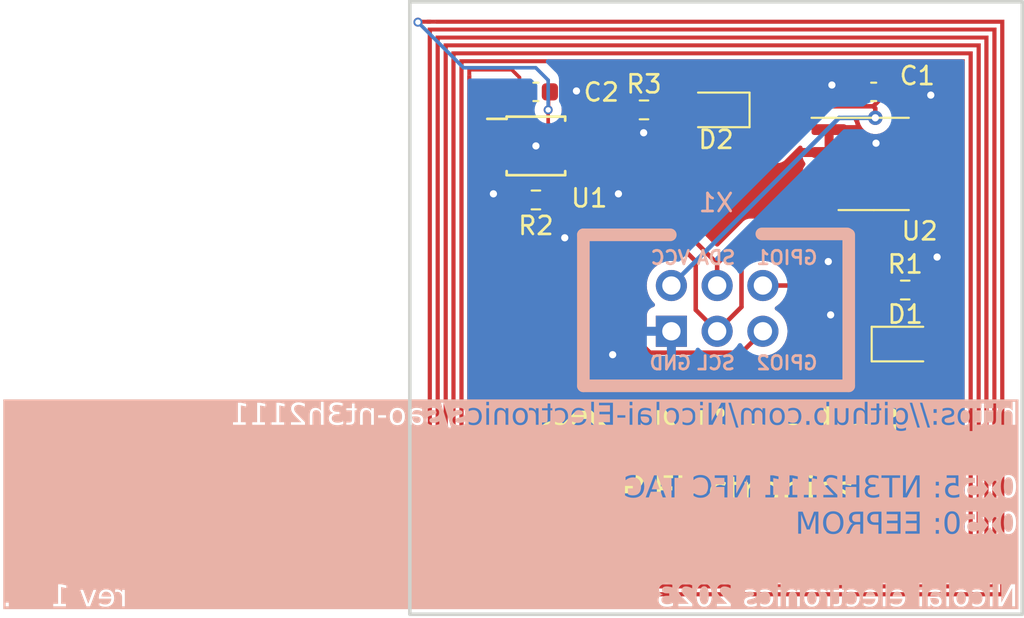
<source format=kicad_pcb>
(kicad_pcb (version 20221018) (generator pcbnew)
  (layers (0 "F.Cu" signal) (31 "B.Cu" signal) (34 "B.Paste" user) (35 "F.Paste" user) (36 "B.SilkS" user "B.Silkscreen") (37 "F.SilkS" user "F.Silkscreen") (38 "B.Mask" user) (39 "F.Mask" user) (44 "Edge.Cuts" user))
  (net 0 "")
  (net 1 "Net-(U1-LA)")
  (net 2 "Net-(U1-LB)")
  (net 3 "+3.3V")
  (net 4 "GND")
  (net 5 "Net-(D2-A)")
  (net 6 "/INT")
  (net 7 "Net-(X1-GPIO1)")
  (net 8 "/SCL")
  (net 9 "/SDA")
  (net 10 "Net-(U1-VOUT)")
  (net 11 "Net-(D1-A)")
  (footprint "Resistor_SMD:R_0603_1608Metric" (layer "F.Cu") (at -4 -11)
    (fp_text reference "R3" (at 0 -1.43) (layer "F.SilkS"))
    (fp_text value "200")
    (pad "1" smd roundrect (at -0.825 0) (size 0.8 0.95) (layers "F.Cu" "F.Paste" "F.Mask") (net 10 "Net-(U1-VOUT)"))
    (pad "2" smd roundrect (at 0.825 0) (size 0.8 0.95) (layers "F.Cu" "F.Paste" "F.Mask") (net 5 "Net-(D2-A)"))
  )
  (footprint "LED_SMD:LED_0805_2012Metric_Pad1.15x1.40mm_HandSolder" (layer "F.Cu") (at 10.5 2)
    (fp_text reference "D1" (at 0 -1.65) (layer "F.SilkS"))
    (fp_text value "LED")
    (pad "1" smd roundrect (at -1.025 0) (size 1.15 1.4) (layers "F.Cu" "F.Paste" "F.Mask") (roundrect_rratio 0.2173913043) (net 4 "GND"))
    (pad "2" smd roundrect (at 1.025 0) (size 1.15 1.4) (layers "F.Cu" "F.Paste" "F.Mask") (roundrect_rratio 0.2173913043) (net 11 "Net-(D1-A)"))
  )
  (footprint "Resistor_SMD:R_0603_1608Metric" (layer "F.Cu") (at 10.5 -1)
    (fp_text reference "R1" (at 0 -1.43) (layer "F.SilkS"))
    (fp_text value "200")
    (pad "1" smd roundrect (at -0.825 0) (size 0.8 0.95) (layers "F.Cu" "F.Paste" "F.Mask") (net 7 "Net-(X1-GPIO1)"))
    (pad "2" smd roundrect (at 0.825 0) (size 0.8 0.95) (layers "F.Cu" "F.Paste" "F.Mask") (net 11 "Net-(D1-A)"))
  )
  (footprint "Fiducial:Fiducial_1mm_Mask2mm" (layer "F.Cu") (at 11 11)
    (fp_text reference "FID2" hide)
    (fp_text value "Fiducial")
    (pad "" smd circle (at 0 0) (size 1 1) (layers "F.Cu" "F.Mask") (clearance 0.5))
  )
  (footprint "Package_SO:SOIC-8_3.9x4.9mm_P1.27mm" (layer "F.Cu") (at 8.75 -8)
    (fp_text reference "U2" (at 2.55 3.73) (layer "F.SilkS"))
    (fp_text value "EEPROM")
    (pad "1" smd roundrect (at -2.475 -1.905) (size 1.95 0.6) (layers "F.Cu" "F.Paste" "F.Mask") (net 4 "GND"))
    (pad "2" smd roundrect (at -2.475 -0.635) (size 1.95 0.6) (layers "F.Cu" "F.Paste" "F.Mask") (net 4 "GND"))
    (pad "3" smd roundrect (at -2.475 0.635) (size 1.95 0.6) (layers "F.Cu" "F.Paste" "F.Mask") (net 4 "GND"))
    (pad "4" smd roundrect (at -2.475 1.905) (size 1.95 0.6) (layers "F.Cu" "F.Paste" "F.Mask") (net 4 "GND"))
    (pad "5" smd roundrect (at 2.475 1.905) (size 1.95 0.6) (layers "F.Cu" "F.Paste" "F.Mask") (net 9 "/SDA"))
    (pad "6" smd roundrect (at 2.475 0.635) (size 1.95 0.6) (layers "F.Cu" "F.Paste" "F.Mask") (net 8 "/SCL"))
    (pad "7" smd roundrect (at 2.475 -0.635) (size 1.95 0.6) (layers "F.Cu" "F.Paste" "F.Mask") (net 4 "GND"))
    (pad "8" smd roundrect (at 2.475 -1.905) (size 1.95 0.6) (layers "F.Cu" "F.Paste" "F.Mask") (net 3 "+3.3V"))
  )
  (footprint "Resistor_SMD:R_0603_1608Metric" (layer "F.Cu") (at -10 -6 180)
    (fp_text reference "R2" (at 0 -1.43) (layer "F.SilkS"))
    (fp_text value "2k")
    (pad "1" smd roundrect (at -0.825 0 180) (size 0.8 0.95) (layers "F.Cu" "F.Paste" "F.Mask") (net 3 "+3.3V"))
    (pad "2" smd roundrect (at 0.825 0 180) (size 0.8 0.95) (layers "F.Cu" "F.Paste" "F.Mask") (net 6 "/INT"))
  )
  (footprint "logo:nicolai" (layer "F.Cu") (at 0 8)
    (fp_text reference "N1" hide)
    (fp_text value "Housing" hide)
  )
  (footprint "Fiducial:Fiducial_1mm_Mask2mm" (layer "F.Cu") (at -10 0)
    (fp_text reference "FID1" hide)
    (fp_text value "Fiducial")
    (pad "" smd circle (at 0 0) (size 1 1) (layers "F.Cu" "F.Mask") (clearance 0.5))
  )
  (footprint "Capacitor_SMD:C_0603_1608Metric" (layer "F.Cu") (at 8.75 -12 180)
    (fp_text reference "C1" (at -2.42 0.89) (layer "F.SilkS"))
    (fp_text value "100n")
    (pad "1" smd roundrect (at -0.775 0 180) (size 0.9 0.95) (layers "F.Cu" "F.Paste" "F.Mask") (net 3 "+3.3V"))
    (pad "2" smd roundrect (at 0.775 0 180) (size 0.9 0.95) (layers "F.Cu" "F.Paste" "F.Mask") (net 4 "GND"))
  )
  (footprint "Package_SO:TSSOP-8_3x3mm_P0.65mm" (layer "F.Cu") (at -10 -9)
    (fp_text reference "U1" (at 2.96 2.9) (layer "F.SilkS"))
    (fp_text value "~")
    (pad "1" smd rect (at -2.15 -0.975) (size 1.1 0.4) (layers "F.Cu" "F.Paste" "F.Mask") (net 1 "Net-(U1-LA)"))
    (pad "2" smd rect (at -2.15 -0.325) (size 1.1 0.4) (layers "F.Cu" "F.Paste" "F.Mask") (net 4 "GND"))
    (pad "3" smd rect (at -2.15 0.325) (size 1.1 0.4) (layers "F.Cu" "F.Paste" "F.Mask") (net 8 "/SCL"))
    (pad "4" smd rect (at -2.15 0.975) (size 1.1 0.4) (layers "F.Cu" "F.Paste" "F.Mask") (net 6 "/INT"))
    (pad "5" smd rect (at 2.15 0.975) (size 1.1 0.4) (layers "F.Cu" "F.Paste" "F.Mask") (net 9 "/SDA"))
    (pad "6" smd rect (at 2.15 0.325) (size 1.1 0.4) (layers "F.Cu" "F.Paste" "F.Mask") (net 3 "+3.3V"))
    (pad "7" smd rect (at 2.15 -0.325) (size 1.1 0.4) (layers "F.Cu" "F.Paste" "F.Mask") (net 10 "Net-(U1-VOUT)"))
    (pad "8" smd rect (at 2.15 -0.975) (size 1.1 0.4) (layers "F.Cu" "F.Paste" "F.Mask") (net 2 "Net-(U1-LB)"))
  )
  (footprint "sao:Badgelife-SAOv169-SAO-2x3" (layer "F.Cu") (at 0 0)
    (fp_text reference "X1" (at 0 -5.842) (layer "B.SilkS") (effects (justify mirror)))
    (fp_text value "SAO")
    (fp_text user "SCL" (at 0 3.048) (layer "B.SilkS") (effects (font (size 0.75 0.75)) (justify mirror)))
    (fp_text user "SDA" (at 0 -2.794 unlocked) (layer "B.SilkS") (effects (font (size 0.75 0.75)) (justify mirror)))
    (fp_text user "GPIO1" (at 3.937 -2.794 unlocked) (layer "B.SilkS") (effects (font (size 0.75 0.75)) (justify mirror)))
    (fp_text user "GPIO2" (at 3.937 3.048) (layer "B.SilkS") (effects (font (size 0.75 0.75)) (justify mirror)))
    (fp_text user "VCC" (at -2.54 -2.794 unlocked) (layer "B.SilkS") (effects (font (size 0.75 0.75)) (justify mirror)))
    (fp_text user "GND" (at -2.54 3.048 unlocked) (layer "B.SilkS") (effects (font (size 0.75 0.75)) (justify mirror)))
    (pad "1" thru_hole oval (at -2.48 -1.25 270) (size 1.7272 1.7272) (drill 1.016) (layers "*.Cu" "*.Mask") (net 3 "+3.3V"))
    (pad "2" thru_hole rect (at -2.48 1.29 270) (size 1.7272 1.7272) (drill 1.016) (layers "*.Cu" "*.Mask") (net 4 "GND"))
    (pad "3" thru_hole oval (at 0.06 -1.25 270) (size 1.7272 1.7272) (drill 1.016) (layers "*.Cu" "*.Mask") (net 9 "/SDA"))
    (pad "4" thru_hole oval (at 0.06 1.29 270) (size 1.7272 1.7272) (drill 1.016) (layers "*.Cu" "*.Mask") (net 8 "/SCL"))
    (pad "5" thru_hole circle (at 2.6 -1.25 270) (size 1.7272 1.7272) (drill 1.016) (layers "*.Cu" "*.Mask") (net 7 "Net-(X1-GPIO1)"))
    (pad "6" thru_hole circle (at 2.6 1.29 270) (size 1.7272 1.7272) (drill 1.016) (layers "*.Cu" "*.Mask") (net 6 "/INT"))
  )
  (footprint "LED_SMD:LED_0805_2012Metric_Pad1.15x1.40mm_HandSolder" (layer "F.Cu") (at 0 -11 180)
    (fp_text reference "D2" (at 0 -1.65) (layer "F.SilkS"))
    (fp_text value "LED")
    (pad "1" smd roundrect (at -1.025 0 180) (size 1.15 1.4) (layers "F.Cu" "F.Paste" "F.Mask") (roundrect_rratio 0.2173913043) (net 4 "GND"))
    (pad "2" smd roundrect (at 1.025 0 180) (size 1.15 1.4) (layers "F.Cu" "F.Paste" "F.Mask") (roundrect_rratio 0.2173913043) (net 5 "Net-(D2-A)"))
  )
  (footprint "Capacitor_SMD:C_0603_1608Metric" (layer "F.Cu") (at -10 -12)
    (fp_text reference "C2" (at 3.63 0.02) (layer "F.SilkS"))
    (fp_text value "~")
    (pad "1" smd roundrect (at -0.775 0) (size 0.9 0.95) (layers "F.Cu" "F.Paste" "F.Mask") (net 1 "Net-(U1-LA)"))
    (pad "2" smd roundrect (at 0.775 0) (size 0.9 0.95) (layers "F.Cu" "F.Paste" "F.Mask") (net 2 "Net-(U1-LB)"))
  )
  (footprint "antenna:NFC antenna" (layer "F.Cu") (at 0 0)
    (fp_text reference "AE1" hide)
    (fp_text value "NFC antenna" hide)
    (fp_poly (pts (xy 16 16) (xy -16 16) (xy -16 -15.565994) (xy 15.566002 -15.565994) (xy 15.563402 -0.002646) (xy 15.560802 15.560701) (xy -0.002545 15.563301) (xy -15.565893 15.565901) (xy -15.565893 -15.121403) (xy 15.121403 -15.121403) (xy 15.121403 15.121403) (xy -15.121403 15.121403) (xy -15.121403 -14.687397) (xy 14.687405 -14.687397) (xy 14.684805 -0.002646) (xy 14.682205 14.682102) (xy -0.002544 14.684702) (xy -14.687295 14.687302) (xy -14.687295 -14.242805) (xy 14.242838 -14.242805) (xy 14.242838 14.242805) (xy -14.242805 14.242805) (xy -14.242805 -13.808799) (xy 13.798222 -13.808799) (xy 13.795622 -0.007938) (xy 13.793022 13.792921) (xy -0.007837 13.795521) (xy -13.808698 13.798121) (xy -13.808698 -12.924) (xy -13.586504 -12.924) (xy -13.586504 13.575918) (xy 13.575918 13.575918) (xy 13.575918 -13.597089) (xy -14.020509 -13.597089) (xy -14.020509 14.02051) (xy 14.02051 14.02051) (xy 14.02051 -14.031095) (xy -14.465101 -14.031095) (xy -14.465101 14.465101) (xy 14.465101 14.465101) (xy 14.465101 -14.475687) (xy -14.899107 -14.475687) (xy -14.899107 14.899107) (xy 14.899107 14.899107) (xy 14.899107 -14.909692) (xy -15.343698 -14.909692) (xy -15.343698 15.343698) (xy 15.343698 15.343698) (xy 15.343698 -15.354284) (xy -15.777704 -15.354284) (xy -15.777704 15.777704) (xy 15.777704 15.777704) (xy 15.777704 -15.78829) (xy -15.56 -15.78829) (xy -15.56 -16) (xy 16 -16)) (stroke (width 0.010585)) (fill solid) (layer "F.Cu"))
    (pad "1" smd rect (at -15.81 -15.895) (size 0.5 0.22) (layers "F.Cu" "F.Paste" "F.Mask") (net 2 "Net-(U1-LB)"))
    (pad "2" smd rect (at -13.7 -13.18 90) (size 0.5 0.22) (layers "F.Cu" "F.Paste" "F.Mask") (net 1 "Net-(U1-LA)"))
  )
  (gr_rect (start -17 -17) (end 17 17) (stroke (width 0.2)) (fill none) (layer "Edge.Cuts"))
  (gr_text "https://github.com/Nicolai-Electronics/sao-nt3h2111\n\n0x55: NT3H2111 NFC TAG\n0x50: EEPROM\n\nNicolai electronics 2023                                                       rev 1    ." (at 16.764 16.764) (layer "B.SilkS" knockout) (effects (font (size 1.2 1.2) (thickness 0.1875)) (justify left bottom mirror)))
  (segment (start -12.15 -9.975) (end -11.115 -9.975) (width 0.2) (layer "F.Cu") (net 1))
  (segment (start -11.339293 -13.229293) (end -13.7 -13.229293) (width 0.2) (layer "F.Cu") (net 1))
  (segment (start -10.915 -12.805) (end -11.339293 -13.229293) (width 0.2) (layer "F.Cu") (net 1))
  (segment (start -10.74 -11.965) (end -10.775 -12) (width 0.2) (layer "F.Cu") (net 1))
  (segment (start -10.74 -10.35) (end -10.74 -11.965) (width 0.2) (layer "F.Cu") (net 1))
  (segment (start -10.915 -12.33) (end -10.915 -12.805) (width 0.2) (layer "F.Cu") (net 1))
  (segment (start -11.115 -9.975) (end -10.74 -10.35) (width 0.2) (layer "F.Cu") (net 1))
  (segment (start -16.47 -15.89) (end -16.45 -15.89) (width 0.2) (layer "F.Cu") (net 2))
  (segment (start -9.34 -11.03) (end -9.3 -11.07) (width 0.2) (layer "F.Cu") (net 2))
  (segment (start -16.55 -15.87) (end -16.548713 -15.871287) (width 0.2) (layer "F.Cu") (net 2))
  (segment (start -9.3 -12.265) (end -9.365 -12.33) (width 0.2) (layer "F.Cu") (net 2))
  (segment (start -16.55 -15.87) (end -16.47 -15.89) (width 0.2) (layer "F.Cu") (net 2))
  (segment (start -9.045 -9.975) (end -9.32 -10.25) (width 0.2) (layer "F.Cu") (net 2))
  (segment (start -16.43 -15.89) (end -16.55 -15.87) (width 0.2) (layer "F.Cu") (net 2))
  (segment (start -9.3 -11.07) (end -9.3 -12.265) (width 0.2) (layer "F.Cu") (net 2))
  (segment (start -16.548713 -15.895) (end -15.865293 -15.895) (width 0.22) (layer "F.Cu") (net 2))
  (segment (start -9.3 -10.88) (end -9.3 -10.99) (width 0.2) (layer "F.Cu") (net 2))
  (segment (start -9.3 -10.99) (end -9.34 -11.03) (width 0.2) (layer "F.Cu") (net 2))
  (segment (start -7.85 -9.975) (end -9.045 -9.975) (width 0.2) (layer "F.Cu") (net 2))
  (segment (start -9.32 -10.25) (end -9.32 -11) (width 0.2) (layer "F.Cu") (net 2))
  (via (at -16.55 -15.87) (size 0.5) (drill 0.3) (layers "F.Cu" "B.Cu") (net 2))
  (via (at -9.32 -11) (size 0.5) (drill 0.3) (layers "F.Cu" "B.Cu") (net 2))
  (segment (start -14.02 -13.34) (end -16.55 -15.87) (width 0.2) (layer "B.Cu") (net 2))
  (segment (start -9.32 -11) (end -9.32 -12.65) (width 0.2) (layer "B.Cu") (net 2))
  (segment (start -9.32 -12.65) (end -10.01 -13.34) (width 0.2) (layer "B.Cu") (net 2))
  (segment (start -10.01 -13.34) (end -14.02 -13.34) (width 0.2) (layer "B.Cu") (net 2))
  (segment (start 9.525 -11.605) (end 9.525 -12) (width 0.25) (layer "F.Cu") (net 3))
  (segment (start 8.84 -10.56) (end 8.84 -11.085) (width 0.25) (layer "F.Cu") (net 3))
  (segment (start 11.225 -9.905) (end 9.525 -11.605) (width 0.25) (layer "F.Cu") (net 3))
  (segment (start -9.175 -8.1) (end -8.6 -8.675) (width 0.25) (layer "F.Cu") (net 3))
  (segment (start -8.6 -8.675) (end -7.85 -8.675) (width 0.25) (layer "F.Cu") (net 3))
  (segment (start 3.398249 -8.675) (end 5.923249 -11.2) (width 0.25) (layer "F.Cu") (net 3))
  (segment (start 8.84 -11.085) (end 8.725 -11.2) (width 0.25) (layer "F.Cu") (net 3))
  (segment (start 5.923249 -11.2) (end 8.725 -11.2) (width 0.25) (layer "F.Cu") (net 3))
  (segment (start -7.85 -8.675) (end 3.398249 -8.675) (width 0.25) (layer "F.Cu") (net 3))
  (segment (start -9.175 -6) (end -9.175 -8.1) (width 0.25) (layer "F.Cu") (net 3))
  (segment (start 8.725 -11.2) (end 9.525 -12) (width 0.25) (layer "F.Cu") (net 3))
  (via (at 8.84 -10.56) (size 0.8) (drill 0.4) (layers "F.Cu" "B.Cu") (net 3))
  (segment (start 8.84 -10.56) (end 8.85 -10.55) (width 0.25) (layer "B.Cu") (net 3))
  (segment (start 6.82 -10.55) (end 8.84 -10.56) (width 0.25) (layer "B.Cu") (net 3))
  (segment (start -2.48 -1.25) (end 6.82 -10.55) (width 0.25) (layer "B.Cu") (net 3))
  (segment (start -12.15 -9.325) (end -12.9 -9.325) (width 0.25) (layer "F.Cu") (net 4))
  (segment (start -12.15 -9.325) (end -10.325 -9.325) (width 0.25) (layer "F.Cu") (net 4))
  (segment (start 11.225 -8.635) (end 12.665 -8.635) (width 0.25) (layer "F.Cu") (net 4))
  (segment (start -13.025 -7.005) (end -12.36 -6.34) (width 0.25) (layer "F.Cu") (net 4))
  (segment (start 7.975 -12) (end 6.81 -12) (width 0.25) (layer "F.Cu") (net 4))
  (segment (start 12.665 -8.635) (end 12.77 -8.74) (width 0.25) (layer "F.Cu") (net 4))
  (segment (start 9.395 -8.635) (end 8.88 -9.15) (width 0.25) (layer "F.Cu") (net 4))
  (segment (start -13.025 -9.2) (end -13.025 -7.005) (width 0.25) (layer "F.Cu") (net 4))
  (segment (start 11.225 -8.635) (end 9.395 -8.635) (width 0.25) (layer "F.Cu") (net 4))
  (segment (start -10.325 -9.325) (end -10 -9) (width 0.25) (layer "F.Cu") (net 4))
  (segment (start 6.81 -12) (end 6.43 -12.38) (width 0.25) (layer "F.Cu") (net 4))
  (segment (start -12.9 -9.325) (end -13.025 -9.2) (width 0.25) (layer "F.Cu") (net 4))
  (via (at 11.92 -11.82) (size 0.8) (drill 0.4) (layers "F.Cu" "B.Cu") (net 4))
  (via (at -4.02 -9.73) (size 0.8) (drill 0.4) (layers "F.Cu" "B.Cu") (net 4))
  (via (at 6.36 0.38) (size 0.8) (drill 0.4) (layers "F.Cu" "B.Cu") (net 4))
  (via (at -10 -9) (size 0.8) (drill 0.4) (layers "F.Cu" "B.Cu") (net 4))
  (via (at -5.42 -6.34) (size 0.8) (drill 0.4) (layers "F.Cu" "B.Cu") (net 4))
  (via (at 6.43 -12.38) (size 0.8) (drill 0.4) (layers "F.Cu" "B.Cu") (net 4))
  (via (at -7.75 -12.05) (size 0.8) (drill 0.4) (layers "F.Cu" "B.Cu") (net 4))
  (via (at -5.74 2.59) (size 0.8) (drill 0.4) (layers "F.Cu" "B.Cu") (net 4))
  (via (at -8.4 -3.9) (size 0.8) (drill 0.4) (layers "F.Cu" "B.Cu") (net 4))
  (via (at 12.27 -2.83) (size 0.8) (drill 0.4) (layers "F.Cu" "B.Cu") (net 4))
  (via (at -12.36 -6.34) (size 0.8) (drill 0.4) (layers "F.Cu" "B.Cu") (net 4))
  (via (at 6.23 -2.58) (size 0.8) (drill 0.4) (layers "F.Cu" "B.Cu") (net 4))
  (via (at 8.88 -9.15) (size 0.8) (drill 0.4) (layers "F.Cu" "B.Cu") (net 4))
  (segment (start -3.175 -11) (end -1.025 -11) (width 0.25) (layer "F.Cu") (net 5))
  (segment (start -12.15 -8.025) (end -11.135 -8.025) (width 0.25) (layer "F.Cu") (net 6))
  (segment (start 2.6 1.29) (end 1.4114 2.4786) (width 0.25) (layer "F.Cu") (net 6))
  (segment (start -3.6686 2.4786) (end -10.825 -4.6778) (width 0.25) (layer "F.Cu") (net 6))
  (segment (start -11.135 -8.025) (end -10.825 -7.715) (width 0.25) (layer "F.Cu") (net 6))
  (segment (start -10.825 -4.6778) (end -10.825 -6) (width 0.25) (layer "F.Cu") (net 6))
  (segment (start -10.825 -7.715) (end -10.825 -6) (width 0.25) (layer "F.Cu") (net 6))
  (segment (start 1.4114 2.4786) (end -3.6686 2.4786) (width 0.25) (layer "F.Cu") (net 6))
  (segment (start 9.425 -1.25) (end 9.675 -1) (width 0.25) (layer "F.Cu") (net 7))
  (segment (start 2.6 -1.25) (end 9.425 -1.25) (width 0.25) (layer "F.Cu") (net 7))
  (segment (start -10 -7.526396) (end -11.148604 -8.675) (width 0.25) (layer "F.Cu") (net 8))
  (segment (start -9.8 -4.91) (end -10 -5.11) (width 0.25) (layer "F.Cu") (net 8))
  (segment (start 2.74 -3.89) (end 8.28 -3.89) (width 0.25) (layer "F.Cu") (net 8))
  (segment (start 8.28 -3.89) (end 8.91 -4.52) (width 0.25) (layer "F.Cu") (net 8))
  (segment (start -1.1286 0.1014) (end -1.1286 -2.5886) (width 0.25) (layer "F.Cu") (net 8))
  (segment (start 8.91 -7.18) (end 9.11 -7.38) (width 0.25) (layer "F.Cu") (net 8))
  (segment (start 1.4114 -0.0614) (end 1.4114 -2.5614) (width 0.25) (layer "F.Cu") (net 8))
  (segment (start 0.06 1.29) (end 1.4114 -0.0614) (width 0.25) (layer "F.Cu") (net 8))
  (segment (start -10 -5.11) (end -10 -7.526396) (width 0.25) (layer "F.Cu") (net 8))
  (segment (start 8.91 -4.52) (end 8.91 -7.18) (width 0.25) (layer "F.Cu") (net 8))
  (segment (start -1.1286 -2.5886) (end -3.45 -4.91) (width 0.25) (layer "F.Cu") (net 8))
  (segment (start 9.11 -7.38) (end 9.125 -7.365) (width 0.25) (layer "F.Cu") (net 8))
  (segment (start 9.125 -7.365) (end 11.225 -7.365) (width 0.25) (layer "F.Cu") (net 8))
  (segment (start -11.148604 -8.675) (end -12.15 -8.675) (width 0.25) (layer "F.Cu") (net 8))
  (segment (start 0.06 1.29) (end -1.1286 0.1014) (width 0.25) (layer "F.Cu") (net 8))
  (segment (start 1.4114 -2.5614) (end 2.74 -3.89) (width 0.25) (layer "F.Cu") (net 8))
  (segment (start -3.45 -4.91) (end -9.8 -4.91) (width 0.25) (layer "F.Cu") (net 8))
  (segment (start 8.05 -4.34) (end 1.928686 -4.34) (width 0.25) (layer "F.Cu") (net 9))
  (segment (start 12.246751 -7.99) (end 8.800001 -7.99) (width 0.25) (layer "F.Cu") (net 9))
  (segment (start 8.800001 -7.99) (end 8.43 -7.619999) (width 0.25) (layer "F.Cu") (net 9))
  (segment (start 0.06 -2.471314) (end 0.06 -1.25) (width 0.25) (layer "F.Cu") (net 9))
  (segment (start 12.525 -7.018249) (end 12.525 -7.711751) (width 0.25) (layer "F.Cu") (net 9))
  (segment (start 1.928686 -4.34) (end 0.06 -2.471314) (width 0.25) (layer "F.Cu") (net 9))
  (segment (start 8.43 -7.619999) (end 8.43 -4.72) (width 0.25) (layer "F.Cu") (net 9))
  (segment (start 12.525 -7.711751) (end 12.246751 -7.99) (width 0.25) (layer "F.Cu") (net 9))
  (segment (start 8.43 -4.72) (end 8.05 -4.34) (width 0.25) (layer "F.Cu") (net 9))
  (segment (start 11.601751 -6.095) (end 12.525 -7.018249) (width 0.25) (layer "F.Cu") (net 9))
  (segment (start -7.85 -8.025) (end -5.493686 -8.025) (width 0.25) (layer "F.Cu") (net 9))
  (segment (start -5.493686 -8.025) (end 0.06 -2.471314) (width 0.25) (layer "F.Cu") (net 9))
  (segment (start 11.225 -6.095) (end 11.601751 -6.095) (width 0.25) (layer "F.Cu") (net 9))
  (segment (start -6.5 -9.325) (end -4.825 -11) (width 0.25) (layer "F.Cu") (net 10))
  (segment (start -7.85 -9.325) (end -6.5 -9.325) (width 0.25) (layer "F.Cu") (net 10))
  (segment (start 11.525 2) (end 11.525 -0.8) (width 0.25) (layer "F.Cu") (net 11))
  (segment (start 11.525 -0.8) (end 11.325 -1) (width 0.25) (layer "F.Cu") (net 11))
  (zone (net 4) (net_name "GND") (layers "F&B.Cu") (connect_pads (clearance 0.5)) (min_thickness 0.25) (fill yes (thermal_gap 0.5) (thermal_bridge_width 0.5))
    (polygon (pts (xy -13.8 -13.808799) (xy 13.798222 -13.808799) (xy 13.793022 13.792921) (xy -13.808698 13.798121)))
  )
)
</source>
